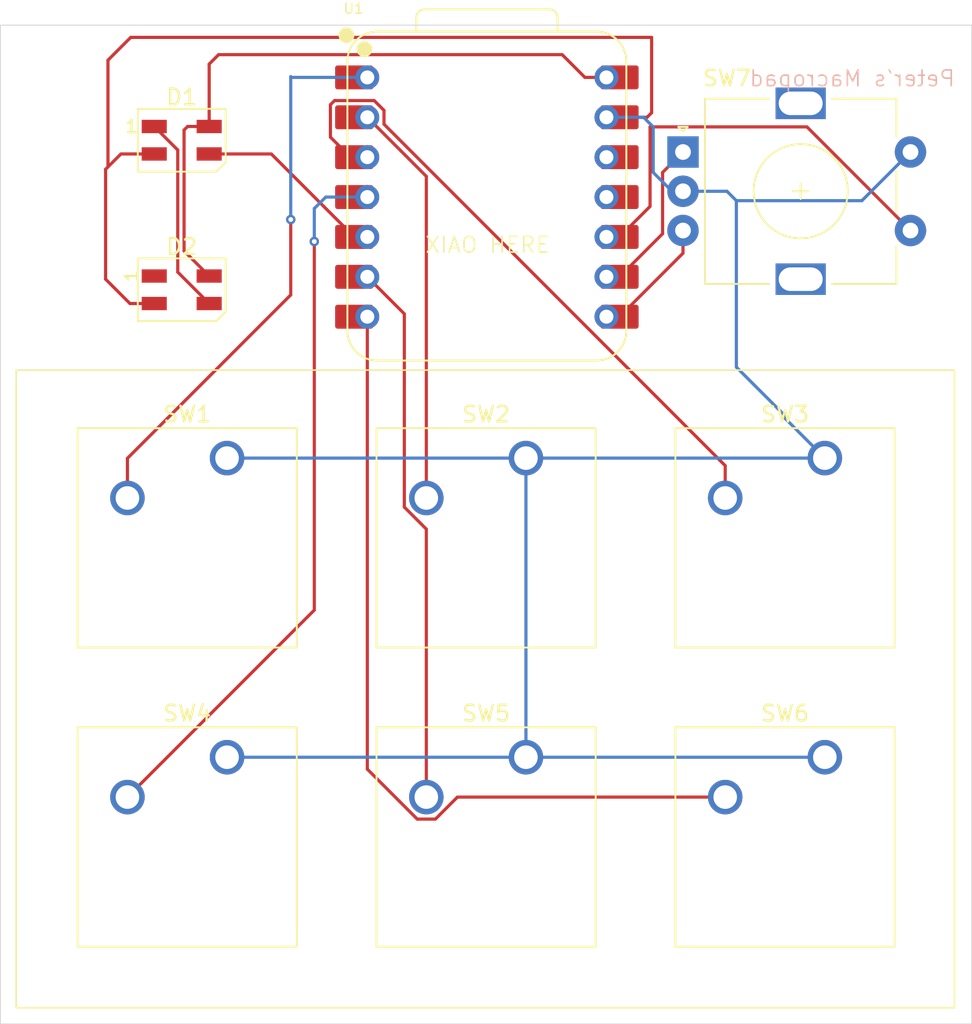
<source format=kicad_pcb>
(kicad_pcb (version 20241229) (generator "pcbnew") (generator_version "9.0")
  (layers (0 "F.Cu" signal) (2 "B.Cu" signal) (13 "F.Paste" user) (15 "B.Paste" user) (5 "F.SilkS" user "F.Silkscreen") (7 "B.SilkS" user "B.Silkscreen") (1 "F.Mask" user) (3 "B.Mask" user) (25 "Edge.Cuts" user))
  (net 0 "")
  (net 1 "GND")
  (net 2 "+5V")
  (net 3 "Net-(U1-GPIO1{slash}RX)")
  (net 4 "Net-(U1-GPIO2{slash}SCK)")
  (net 6 "Net-(U1-GPIO7{slash}SCL)")
  (net 7 "Net-(U1-GPIO0{slash}TX)")
  (net 8 "Net-(D1-DOUT)")
  (net 10 "DIN")
  (net 11 "Net-(U1-GPIO26{slash}ADC0{slash}A0)")
  (net 12 "Net-(U1-GPIO27{slash}ADC1{slash}A1)")
  (net 13 "Net-(U1-GPIO28{slash}ADC2{slash}A2)")
  (net 14 "Net-(U1-GPIO29{slash}ADC3{slash}A3)")
  (net 16 "Net-(U1-GPIO4{slash}MISO)")
  (footprint "Button_Switch_Keyboard:SW_Cherry_MX_1.00u_PCB" (layer "F.Cu") (at 59.69 61.595)
    (property "Reference" "SW2" (at -2.54 -2.794 0) (layer "F.SilkS"))
    (property "Value" "SW_Push")
    (fp_line (start -9.525 -1.905) (end 4.445 -1.905) (stroke (width 0.12)) (layer "F.SilkS"))
    (fp_line (start -9.525 12.065) (end -9.525 -1.905) (stroke (width 0.12)) (layer "F.SilkS"))
    (fp_line (start 4.445 -1.905) (end 4.445 12.065) (stroke (width 0.12)) (layer "F.SilkS"))
    (fp_line (start 4.445 12.065) (end -9.525 12.065) (stroke (width 0.12)) (layer "F.SilkS"))
    (pad "" np_thru_hole circle (at -7.62 5.08) (size 1.7 1.7) (drill 1.7) (layers "*.Cu" "*.Mask"))
    (pad "" np_thru_hole circle (at -2.54 5.08) (size 4 4) (drill 4) (layers "*.Cu" "*.Mask"))
    (pad "" np_thru_hole circle (at 2.54 5.08) (size 1.7 1.7) (drill 1.7) (layers "*.Cu" "*.Mask"))
    (pad "1" thru_hole circle (at 0 0) (size 2.2 2.2) (drill 1.5) (layers "*.Cu" "*.Mask") (net 1 "GND"))
    (pad "2" thru_hole circle (at -6.35 2.54) (size 2.2 2.2) (drill 1.5) (layers "*.Cu" "*.Mask") (net 12 "Net-(U1-GPIO27{slash}ADC1{slash}A1)"))
  )
  (footprint "Button_Switch_Keyboard:SW_Cherry_MX_1.00u_PCB" (layer "F.Cu") (at 40.64 61.595)
    (property "Reference" "SW1" (at -2.54 -2.794 0) (layer "F.SilkS"))
    (property "Value" "SW_Push")
    (fp_line (start -9.525 -1.905) (end 4.445 -1.905) (stroke (width 0.12)) (layer "F.SilkS"))
    (fp_line (start -9.525 12.065) (end -9.525 -1.905) (stroke (width 0.12)) (layer "F.SilkS"))
    (fp_line (start 4.445 -1.905) (end 4.445 12.065) (stroke (width 0.12)) (layer "F.SilkS"))
    (fp_line (start 4.445 12.065) (end -9.525 12.065) (stroke (width 0.12)) (layer "F.SilkS"))
    (pad "" np_thru_hole circle (at -7.62 5.08) (size 1.7 1.7) (drill 1.7) (layers "*.Cu" "*.Mask"))
    (pad "" np_thru_hole circle (at -2.54 5.08) (size 4 4) (drill 4) (layers "*.Cu" "*.Mask"))
    (pad "" np_thru_hole circle (at 2.54 5.08) (size 1.7 1.7) (drill 1.7) (layers "*.Cu" "*.Mask"))
    (pad "1" thru_hole circle (at 0 0) (size 2.2 2.2) (drill 1.5) (layers "*.Cu" "*.Mask") (net 1 "GND"))
    (pad "2" thru_hole circle (at -6.35 2.54) (size 2.2 2.2) (drill 1.5) (layers "*.Cu" "*.Mask") (net 11 "Net-(U1-GPIO26{slash}ADC0{slash}A0)"))
  )
  (footprint "Button_Switch_Keyboard:SW_Cherry_MX_1.00u_PCB" (layer "F.Cu") (at 78.74 61.595)
    (property "Reference" "SW3" (at -2.54 -2.794 0) (layer "F.SilkS"))
    (property "Value" "SW_Push")
    (fp_line (start -9.525 -1.905) (end 4.445 -1.905) (stroke (width 0.12)) (layer "F.SilkS"))
    (fp_line (start -9.525 12.065) (end -9.525 -1.905) (stroke (width 0.12)) (layer "F.SilkS"))
    (fp_line (start 4.445 -1.905) (end 4.445 12.065) (stroke (width 0.12)) (layer "F.SilkS"))
    (fp_line (start 4.445 12.065) (end -9.525 12.065) (stroke (width 0.12)) (layer "F.SilkS"))
    (pad "" np_thru_hole circle (at -7.62 5.08) (size 1.7 1.7) (drill 1.7) (layers "*.Cu" "*.Mask"))
    (pad "" np_thru_hole circle (at -2.54 5.08) (size 4 4) (drill 4) (layers "*.Cu" "*.Mask"))
    (pad "" np_thru_hole circle (at 2.54 5.08) (size 1.7 1.7) (drill 1.7) (layers "*.Cu" "*.Mask"))
    (pad "1" thru_hole circle (at 0 0) (size 2.2 2.2) (drill 1.5) (layers "*.Cu" "*.Mask") (net 1 "GND"))
    (pad "2" thru_hole circle (at -6.35 2.54) (size 2.2 2.2) (drill 1.5) (layers "*.Cu" "*.Mask") (net 13 "Net-(U1-GPIO28{slash}ADC2{slash}A2)"))
  )
  (footprint "Button_Switch_Keyboard:SW_Cherry_MX_1.00u_PCB" (layer "F.Cu") (at 40.64 80.645)
    (property "Reference" "SW4" (at -2.54 -2.794 0) (layer "F.SilkS"))
    (property "Value" "SW_Push")
    (fp_line (start -9.525 -1.905) (end 4.445 -1.905) (stroke (width 0.12)) (layer "F.SilkS"))
    (fp_line (start -9.525 12.065) (end -9.525 -1.905) (stroke (width 0.12)) (layer "F.SilkS"))
    (fp_line (start 4.445 -1.905) (end 4.445 12.065) (stroke (width 0.12)) (layer "F.SilkS"))
    (fp_line (start 4.445 12.065) (end -9.525 12.065) (stroke (width 0.12)) (layer "F.SilkS"))
    (pad "" np_thru_hole circle (at -7.62 5.08) (size 1.7 1.7) (drill 1.7) (layers "*.Cu" "*.Mask"))
    (pad "" np_thru_hole circle (at -2.54 5.08) (size 4 4) (drill 4) (layers "*.Cu" "*.Mask"))
    (pad "" np_thru_hole circle (at 2.54 5.08) (size 1.7 1.7) (drill 1.7) (layers "*.Cu" "*.Mask"))
    (pad "1" thru_hole circle (at 0 0) (size 2.2 2.2) (drill 1.5) (layers "*.Cu" "*.Mask") (net 1 "GND"))
    (pad "2" thru_hole circle (at -6.35 2.54) (size 2.2 2.2) (drill 1.5) (layers "*.Cu" "*.Mask") (net 14 "Net-(U1-GPIO29{slash}ADC3{slash}A3)"))
  )
  (footprint "Rotary_Encoder:RotaryEncoder_Alps_EC11E-Switch_Vertical_H20mm" (layer "F.Cu") (at 69.7 42.1)
    (property "Reference" "SW7" (at 2.8 -4.7 0) (layer "F.SilkS"))
    (property "Value" "RotaryEncoder_Switch")
    (fp_line (start -0.3 -1.6) (end 0.3 -1.6) (stroke (width 0.12)) (layer "F.SilkS"))
    (fp_line (start 0 -1.3) (end -0.3 -1.6) (stroke (width 0.12)) (layer "F.SilkS"))
    (fp_line (start 0.3 -1.6) (end 0 -1.3) (stroke (width 0.12)) (layer "F.SilkS"))
    (fp_line (start 1.4 -3.4) (end 1.4 8.4) (stroke (width 0.12)) (layer "F.SilkS"))
    (fp_line (start 5.5 -3.4) (end 1.4 -3.4) (stroke (width 0.12)) (layer "F.SilkS"))
    (fp_line (start 5.5 8.4) (end 1.4 8.4) (stroke (width 0.12)) (layer "F.SilkS"))
    (fp_line (start 7 2.5) (end 8 2.5) (stroke (width 0.12)) (layer "F.SilkS"))
    (fp_line (start 7.5 2) (end 7.5 3) (stroke (width 0.12)) (layer "F.SilkS"))
    (fp_line (start 9.5 -3.4) (end 13.6 -3.4) (stroke (width 0.12)) (layer "F.SilkS"))
    (fp_line (start 13.6 -3.4) (end 13.6 -1) (stroke (width 0.12)) (layer "F.SilkS"))
    (fp_line (start 13.6 1.2) (end 13.6 3.8) (stroke (width 0.12)) (layer "F.SilkS"))
    (fp_line (start 13.6 6) (end 13.6 8.4) (stroke (width 0.12)) (layer "F.SilkS"))
    (fp_line (start 13.6 8.4) (end 9.5 8.4) (stroke (width 0.12)) (layer "F.SilkS"))
    (fp_circle (center 7.5 2.5) (end 10.5 2.5) (stroke (width 0.12)) (fill no) (layer "F.SilkS"))
    (pad "A" thru_hole rect (at 0 0) (size 2 2) (drill 1) (layers "*.Cu" "*.Mask") (net 4 "Net-(U1-GPIO2{slash}SCK)"))
    (pad "B" thru_hole circle (at 0 5) (size 2 2) (drill 1) (layers "*.Cu" "*.Mask") (net 3 "Net-(U1-GPIO1{slash}RX)"))
    (pad "C" thru_hole circle (at 0 2.5) (size 2 2) (drill 1) (layers "*.Cu" "*.Mask") (net 1 "GND"))
    (pad "MP" thru_hole rect (at 7.5 -3.1) (size 3.2 2) (drill oval 2.8 1.5) (layers "*.Cu" "*.Mask"))
    (pad "MP" thru_hole rect (at 7.5 8.1) (size 3.2 2) (drill oval 2.8 1.5) (layers "*.Cu" "*.Mask"))
    (pad "S1" thru_hole circle (at 14.5 5) (size 2 2) (drill 1) (layers "*.Cu" "*.Mask") (net 16 "Net-(U1-GPIO4{slash}MISO)"))
    (pad "S2" thru_hole circle (at 14.5 0) (size 2 2) (drill 1) (layers "*.Cu" "*.Mask") (net 1 "GND"))
  )
  (footprint "Button_Switch_Keyboard:SW_Cherry_MX_1.00u_PCB" (layer "F.Cu") (at 78.74 80.645)
    (property "Reference" "SW6" (at -2.54 -2.794 0) (layer "F.SilkS"))
    (property "Value" "SW_Push")
    (fp_line (start -9.525 -1.905) (end 4.445 -1.905) (stroke (width 0.12)) (layer "F.SilkS"))
    (fp_line (start -9.525 12.065) (end -9.525 -1.905) (stroke (width 0.12)) (layer "F.SilkS"))
    (fp_line (start 4.445 -1.905) (end 4.445 12.065) (stroke (width 0.12)) (layer "F.SilkS"))
    (fp_line (start 4.445 12.065) (end -9.525 12.065) (stroke (width 0.12)) (layer "F.SilkS"))
    (pad "" np_thru_hole circle (at -7.62 5.08) (size 1.7 1.7) (drill 1.7) (layers "*.Cu" "*.Mask"))
    (pad "" np_thru_hole circle (at -2.54 5.08) (size 4 4) (drill 4) (layers "*.Cu" "*.Mask"))
    (pad "" np_thru_hole circle (at 2.54 5.08) (size 1.7 1.7) (drill 1.7) (layers "*.Cu" "*.Mask"))
    (pad "1" thru_hole circle (at 0 0) (size 2.2 2.2) (drill 1.5) (layers "*.Cu" "*.Mask") (net 1 "GND"))
    (pad "2" thru_hole circle (at -6.35 2.54) (size 2.2 2.2) (drill 1.5) (layers "*.Cu" "*.Mask") (net 7 "Net-(U1-GPIO0{slash}TX)"))
  )
  (footprint "LED_SMD:LED_SK6812MINI_PLCC4_3.5x3.5mm_P1.75mm" (layer "F.Cu") (at 37.75 50.875)
    (property "Reference" "D2" (at 0 -2.75 0) (layer "F.SilkS"))
    (property "Value" "SK6812MINI")
    (fp_line (start -2.8 -2) (end -2.8 2) (stroke (width 0.12)) (layer "F.SilkS"))
    (fp_line (start -2.8 -2) (end 2.8 -2) (stroke (width 0.12)) (layer "F.SilkS"))
    (fp_line (start -2.8 2) (end 2.2 2) (stroke (width 0.12)) (layer "F.SilkS"))
    (fp_line (start 2.8 1.4) (end 2.2 2) (stroke (width 0.12)) (layer "F.SilkS"))
    (fp_line (start 2.8 1.4) (end 2.8 -2) (stroke (width 0.12)) (layer "F.SilkS"))
    (fp_text user "1" (at -3.2 -0.875 90) (layer "F.SilkS") (effects (font (size 0.8 0.8))))
    (pad "1" smd rect (at -1.75 -0.875) (size 1.6 0.85) (layers "F.Cu" "F.Mask" "F.Paste"))
    (pad "2" smd rect (at -1.75 0.875) (size 1.6 0.85) (layers "F.Cu" "F.Mask" "F.Paste") (net 1 "GND"))
    (pad "3" smd rect (at 1.75 0.875) (size 1.6 0.85) (layers "F.Cu" "F.Mask" "F.Paste") (net 8 "Net-(D1-DOUT)"))
    (pad "4" smd rect (at 1.75 -0.875) (size 1.6 0.85) (layers "F.Cu" "F.Mask" "F.Paste") (net 2 "+5V"))
  )
  (footprint "LED_SMD:LED_SK6812MINI_PLCC4_3.5x3.5mm_P1.75mm" (layer "F.Cu") (at 37.75 41.35)
    (property "Reference" "D1" (at 0 -2.75 0) (layer "F.SilkS"))
    (property "Value" "SK6812MINI")
    (fp_line (start -2.8 -2) (end -2.8 2) (stroke (width 0.12)) (layer "F.SilkS"))
    (fp_line (start -2.8 -2) (end 2.8 -2) (stroke (width 0.12)) (layer "F.SilkS"))
    (fp_line (start -2.8 2) (end 2.2 2) (stroke (width 0.12)) (layer "F.SilkS"))
    (fp_line (start 2.8 1.4) (end 2.2 2) (stroke (width 0.12)) (layer "F.SilkS"))
    (fp_line (start 2.8 1.4) (end 2.8 -2) (stroke (width 0.12)) (layer "F.SilkS"))
    (fp_text user "1" (at -3.2 -0.875 0) (layer "F.SilkS") (effects (font (size 0.8 0.8))))
    (pad "1" smd rect (at -1.75 -0.875) (size 1.6 0.85) (layers "F.Cu" "F.Mask" "F.Paste") (net 8 "Net-(D1-DOUT)"))
    (pad "2" smd rect (at -1.75 0.875) (size 1.6 0.85) (layers "F.Cu" "F.Mask" "F.Paste") (net 1 "GND"))
    (pad "3" smd rect (at 1.75 0.875) (size 1.6 0.85) (layers "F.Cu" "F.Mask" "F.Paste") (net 10 "DIN"))
    (pad "4" smd rect (at 1.75 -0.875) (size 1.6 0.85) (layers "F.Cu" "F.Mask" "F.Paste") (net 2 "+5V"))
  )
  (footprint "Button_Switch_Keyboard:SW_Cherry_MX_1.00u_PCB" (layer "F.Cu") (at 59.69 80.645)
    (property "Reference" "SW5" (at -2.54 -2.794 0) (layer "F.SilkS"))
    (property "Value" "SW_Push")
    (fp_line (start -9.525 -1.905) (end 4.445 -1.905) (stroke (width 0.12)) (layer "F.SilkS"))
    (fp_line (start -9.525 12.065) (end -9.525 -1.905) (stroke (width 0.12)) (layer "F.SilkS"))
    (fp_line (start 4.445 -1.905) (end 4.445 12.065) (stroke (width 0.12)) (layer "F.SilkS"))
    (fp_line (start 4.445 12.065) (end -9.525 12.065) (stroke (width 0.12)) (layer "F.SilkS"))
    (pad "" np_thru_hole circle (at -7.62 5.08) (size 1.7 1.7) (drill 1.7) (layers "*.Cu" "*.Mask"))
    (pad "" np_thru_hole circle (at -2.54 5.08) (size 4 4) (drill 4) (layers "*.Cu" "*.Mask"))
    (pad "" np_thru_hole circle (at 2.54 5.08) (size 1.7 1.7) (drill 1.7) (layers "*.Cu" "*.Mask"))
    (pad "1" thru_hole circle (at 0 0) (size 2.2 2.2) (drill 1.5) (layers "*.Cu" "*.Mask") (net 1 "GND"))
    (pad "2" thru_hole circle (at -6.35 2.54) (size 2.2 2.2) (drill 1.5) (layers "*.Cu" "*.Mask") (net 6 "Net-(U1-GPIO7{slash}SCL)"))
  )
  (footprint "OPL:XIAO-RP2040-DIP" (layer "F.Cu") (at 57.2 44.9685)
    (property "Reference" "U1" (at -8.5 -12 0) (layer "F.SilkS") (effects (font (size 0.635 0.635) (thickness 0.1016))))
    (property "Value" "XIAO-RP2040-DIP")
    (fp_line (start -8.89 8.509) (end -8.89 -8.636) (stroke (width 0.127)) (layer "F.SilkS"))
    (fp_line (start -6.985 10.414) (end 6.985 10.414) (stroke (width 0.127)) (layer "F.SilkS"))
    (fp_line (start -4.495 -10.541) (end -4.491272 -11.451272) (stroke (width 0.127)) (layer "F.SilkS"))
    (fp_line (start -3.991272 -11.951) (end 4.004 -11.951) (stroke (width 0.127)) (layer "F.SilkS"))
    (fp_line (start 4.504 -11.451) (end 4.504 -10.541) (stroke (width 0.127)) (layer "F.SilkS"))
    (fp_line (start 6.985 -10.541) (end -6.985 -10.541) (stroke (width 0.1)) (layer "F.SilkS"))
    (fp_line (start 6.985 -10.541) (end -6.985 -10.541) (stroke (width 0.127)) (layer "F.SilkS"))
    (fp_line (start 8.89 8.509) (end 8.89 -8.636) (stroke (width 0.127)) (layer "F.SilkS"))
    (fp_arc (start -8.89 -8.636) (mid -8.332038 -9.983038) (end -6.985 -10.541) (stroke (width 0.127)) (layer "F.SilkS"))
    (fp_arc (start -6.985 10.414) (mid -8.332038 9.856038) (end -8.89 8.509) (stroke (width 0.127)) (layer "F.SilkS"))
    (fp_arc (start -4.491272 -11.451272) (mid -4.344728 -11.80464) (end -3.991272 -11.951) (stroke (width 0.127)) (layer "F.SilkS"))
    (fp_arc (start 4.004 -11.951) (mid 4.357553 -11.804553) (end 4.504 -11.451) (stroke (width 0.127)) (layer "F.SilkS"))
    (fp_arc (start 6.985 -10.541) (mid 8.332038 -9.983038) (end 8.89 -8.636) (stroke (width 0.127)) (layer "F.SilkS"))
    (fp_arc (start 8.89 8.509) (mid 8.332038 9.856038) (end 6.985 10.414) (stroke (width 0.127)) (layer "F.SilkS"))
    (fp_circle (center -8.95 -10.3) (end -8.95 -10.554) (stroke (width 0.5)) (fill yes) (layer "F.SilkS"))
    (fp_circle (center -7.807 -9.42) (end -7.807 -9.674) (stroke (width 0.5)) (fill yes) (layer "F.SilkS"))
    (pad "1" smd roundrect (at -8.455 -7.62 180) (size 2.432 1.524) (layers "F.Cu" "F.Mask") (roundrect_rratio 0.1) (net 11 "Net-(U1-GPIO26{slash}ADC0{slash}A0)"))
    (pad "1" thru_hole circle (at -7.62 -7.62 180) (size 1.524 1.524) (drill 0.889) (layers "*.Cu" "*.Mask") (net 11 "Net-(U1-GPIO26{slash}ADC0{slash}A0)"))
    (pad "2" smd roundrect (at -8.455 -5.08 180) (size 2.432 1.524) (layers "F.Cu" "F.Mask") (roundrect_rratio 0.1) (net 12 "Net-(U1-GPIO27{slash}ADC1{slash}A1)"))
    (pad "2" thru_hole circle (at -7.62 -5.08 180) (size 1.524 1.524) (drill 0.889) (layers "*.Cu" "*.Mask") (net 12 "Net-(U1-GPIO27{slash}ADC1{slash}A1)"))
    (pad "3" smd roundrect (at -8.455 -2.54 180) (size 2.432 1.524) (layers "F.Cu" "F.Mask") (roundrect_rratio 0.1) (net 13 "Net-(U1-GPIO28{slash}ADC2{slash}A2)"))
    (pad "3" thru_hole circle (at -7.62 -2.54 180) (size 1.524 1.524) (drill 0.889) (layers "*.Cu" "*.Mask") (net 13 "Net-(U1-GPIO28{slash}ADC2{slash}A2)"))
    (pad "4" smd roundrect (at -8.455 0 180) (size 2.432 1.524) (layers "F.Cu" "F.Mask") (roundrect_rratio 0.1) (net 14 "Net-(U1-GPIO29{slash}ADC3{slash}A3)"))
    (pad "4" thru_hole circle (at -7.62 0 180) (size 1.524 1.524) (drill 0.889) (layers "*.Cu" "*.Mask") (net 14 "Net-(U1-GPIO29{slash}ADC3{slash}A3)"))
    (pad "5" smd roundrect (at -8.455 2.54 180) (size 2.432 1.524) (layers "F.Cu" "F.Mask") (roundrect_rratio 0.1) (net 10 "DIN"))
    (pad "5" thru_hole circle (at -7.62 2.54 180) (size 1.524 1.524) (drill 0.889) (layers "*.Cu" "*.Mask") (net 10 "DIN"))
    (pad "6" smd roundrect (at -8.455 5.08 180) (size 2.432 1.524) (layers "F.Cu" "F.Mask") (roundrect_rratio 0.1) (net 6 "Net-(U1-GPIO7{slash}SCL)"))
    (pad "6" thru_hole circle (at -7.62 5.08 180) (size 1.524 1.524) (drill 0.889) (layers "*.Cu" "*.Mask") (net 6 "Net-(U1-GPIO7{slash}SCL)"))
    (pad "7" smd roundrect (at -8.455 7.62 180) (size 2.432 1.524) (layers "F.Cu" "F.Mask") (roundrect_rratio 0.1) (net 7 "Net-(U1-GPIO0{slash}TX)"))
    (pad "7" thru_hole circle (at -7.62 7.62 180) (size 1.524 1.524) (drill 0.889) (layers "*.Cu" "*.Mask") (net 7 "Net-(U1-GPIO0{slash}TX)"))
    (pad "8" thru_hole circle (at 7.62 7.62) (size 1.524 1.524) (drill 0.889) (layers "*.Cu" "*.Mask") (net 3 "Net-(U1-GPIO1{slash}RX)"))
    (pad "8" smd roundrect (at 8.455 7.62) (size 2.432 1.524) (layers "F.Cu" "F.Mask") (roundrect_rratio 0.1) (net 3 "Net-(U1-GPIO1{slash}RX)"))
    (pad "9" thru_hole circle (at 7.62 5.08) (size 1.524 1.524) (drill 0.889) (layers "*.Cu" "*.Mask") (net 4 "Net-(U1-GPIO2{slash}SCK)"))
    (pad "9" smd roundrect (at 8.455 5.08) (size 2.432 1.524) (layers "F.Cu" "F.Mask") (roundrect_rratio 0.1) (net 4 "Net-(U1-GPIO2{slash}SCK)"))
    (pad "10" thru_hole circle (at 7.62 2.54) (size 1.524 1.524) (drill 0.889) (layers "*.Cu" "*.Mask") (net 16 "Net-(U1-GPIO4{slash}MISO)"))
    (pad "10" smd roundrect (at 8.455 2.54) (size 2.432 1.524) (layers "F.Cu" "F.Mask") (roundrect_rratio 0.1) (net 16 "Net-(U1-GPIO4{slash}MISO)"))
    (pad "11" thru_hole circle (at 7.62 0) (size 1.524 1.524) (drill 0.889) (layers "*.Cu" "*.Mask"))
    (pad "11" smd roundrect (at 8.455 0) (size 2.432 1.524) (layers "F.Cu" "F.Mask") (roundrect_rratio 0.1))
    (pad "12" thru_hole circle (at 7.62 -2.54) (size 1.524 1.524) (drill 0.889) (layers "*.Cu" "*.Mask"))
    (pad "12" smd roundrect (at 8.455 -2.54) (size 2.432 1.524) (layers "F.Cu" "F.Mask") (roundrect_rratio 0.1))
    (pad "13" thru_hole circle (at 7.62 -5.08) (size 1.524 1.524) (drill 0.889) (layers "*.Cu" "*.Mask") (net 1 "GND"))
    (pad "13" smd roundrect (at 8.455 -5.08) (size 2.432 1.524) (layers "F.Cu" "F.Mask") (roundrect_rratio 0.1) (net 1 "GND"))
    (pad "14" thru_hole circle (at 7.62 -7.62) (size 1.524 1.524) (drill 0.889) (layers "*.Cu" "*.Mask") (net 2 "+5V"))
    (pad "14" smd roundrect (at 8.455 -7.62) (size 2.432 1.524) (layers "F.Cu" "F.Mask") (roundrect_rratio 0.1) (net 2 "+5V"))
  )
  (gr_rect (start 27.2 55.99) (end 87 96.6) (stroke (width 0.1)) (fill no) (layer "F.SilkS"))
  (gr_rect (start 26.19375 34.01875) (end 88.10625 97.63125) (stroke (width 0.05)) (fill no) (layer "Edge.Cuts"))
  (gr_text "XIAO HERE" (at 53.2 48.6 0) (layer "F.SilkS") (effects (font (size 1 1) (thickness 0.1)) (justify left bottom)))
  (gr_text "Peter's Macropad" (at 87.1 38 0) (layer "B.SilkS") (effects (font (size 1 1) (thickness 0.1)) (justify left bottom mirror)))
  (segment (start 34.45 51.75) (end 32.9 50.2) (width 0.2) (layer "F.Cu") (net 1))
  (segment (start 32.9 43.2) (end 33.05 43.05) (width 0.2) (layer "F.Cu") (net 1))
  (segment (start 33.875 42.225) (end 36 42.225) (width 0.2) (layer "F.Cu") (net 1))
  (segment (start 32.9 50.2) (end 32.9 43.2) (width 0.2) (layer "F.Cu") (net 1))
  (segment (start 36 51.75) (end 34.45 51.75) (width 0.2) (layer "F.Cu") (net 1))
  (segment (start 67.4 39.9) (end 67.3885 39.8885) (width 0.2) (layer "F.Cu") (net 1))
  (segment (start 67.7 39.6) (end 67.4 39.9) (width 0.2) (layer "F.Cu") (net 1))
  (segment (start 33.05 43.05) (end 33.05 36.25) (width 0.2) (layer "F.Cu") (net 1))
  (segment (start 67.7 34.8) (end 67.7 39.6) (width 0.2) (layer "F.Cu") (net 1))
  (segment (start 34.5 34.8) (end 67.7 34.8) (width 0.2) (layer "F.Cu") (net 1))
  (segment (start 33.05 43.05) (end 33.875 42.225) (width 0.2) (layer "F.Cu") (net 1))
  (segment (start 67.3885 39.8885) (end 65.655 39.8885) (width 0.2) (layer "F.Cu") (net 1))
  (segment (start 33.05 36.25) (end 34.5 34.8) (width 0.2) (layer "F.Cu") (net 1))
  (segment (start 76.2 59.055) (end 78.74 61.595) (width 0.2) (layer "B.Cu") (net 1))
  (segment (start 69 44.6) (end 67.8 43.4) (width 0.2) (layer "B.Cu") (net 1))
  (segment (start 73.1 55.8) (end 76.2 58.9) (width 0.2) (layer "B.Cu") (net 1))
  (segment (start 59.69 61.595) (end 40.64 61.595) (width 0.2) (layer "B.Cu") (net 1))
  (segment (start 40.64 80.645) (end 59.69 80.645) (width 0.2) (layer "B.Cu") (net 1))
  (segment (start 84.2 42.1) (end 81.1 45.2) (width 0.2) (layer "B.Cu") (net 1))
  (segment (start 59.69 80.645) (end 59.69 61.595) (width 0.2) (layer "B.Cu") (net 1))
  (segment (start 76.2 58.9) (end 76.2 59.055) (width 0.2) (layer "B.Cu") (net 1))
  (segment (start 72.5 44.6) (end 73.1 45.2) (width 0.2) (layer "B.Cu") (net 1))
  (segment (start 69.7 44.6) (end 72.5 44.6) (width 0.2) (layer "B.Cu") (net 1))
  (segment (start 73.1 45.2) (end 73.1 55.8) (width 0.2) (layer "B.Cu") (net 1))
  (segment (start 67.1885 39.8885) (end 64.82 39.8885) (width 0.2) (layer "B.Cu") (net 1))
  (segment (start 67.8 43.4) (end 67.8 40.5) (width 0.2) (layer "B.Cu") (net 1))
  (segment (start 69.7 44.6) (end 69 44.6) (width 0.2) (layer "B.Cu") (net 1))
  (segment (start 81.1 45.2) (end 73.1 45.2) (width 0.2) (layer "B.Cu") (net 1))
  (segment (start 67.8 40.5) (end 67.1885 39.8885) (width 0.2) (layer "B.Cu") (net 1))
  (segment (start 59.69 80.645) (end 78.74 80.645) (width 0.2) (layer "B.Cu") (net 1))
  (segment (start 59.69 61.595) (end 78.74 61.595) (width 0.2) (layer "B.Cu") (net 1))
  (segment (start 39.5 40.475) (end 39.5 36.5) (width 0.2) (layer "F.Cu") (net 2))
  (segment (start 40.1 35.9) (end 62 35.9) (width 0.2) (layer "F.Cu") (net 2))
  (segment (start 37.9 40.7) (end 37.9 48.4) (width 0.2) (layer "F.Cu") (net 2))
  (segment (start 39.5 36.5) (end 40.1 35.9) (width 0.2) (layer "F.Cu") (net 2))
  (segment (start 39.5 40.475) (end 38.125 40.475) (width 0.2) (layer "F.Cu") (net 2))
  (segment (start 63.4485 37.3485) (end 65.655 37.3485) (width 0.2) (layer "F.Cu") (net 2))
  (segment (start 62 35.9) (end 63.4485 37.3485) (width 0.2) (layer "F.Cu") (net 2))
  (segment (start 38.125 40.475) (end 37.9 40.7) (width 0.2) (layer "F.Cu") (net 2))
  (segment (start 37.9 48.4) (end 39.5 50) (width 0.2) (layer "F.Cu") (net 2))
  (segment (start 69.7 47.1) (end 69.7 48.5435) (width 0.2) (layer "F.Cu") (net 3))
  (segment (start 69.7 48.5435) (end 65.655 52.5885) (width 0.2) (layer "F.Cu") (net 3))
  (segment (start 68.399 47.3045) (end 65.655 50.0485) (width 0.2) (layer "F.Cu") (net 4))
  (segment (start 69.7 42.1) (end 68.399 43.401) (width 0.2) (layer "F.Cu") (net 4))
  (segment (start 68.399 43.401) (end 68.399 47.3045) (width 0.2) (layer "F.Cu") (net 4))
  (segment (start 51.939 64.715314) (end 51.939 52.4075) (width 0.2) (layer "F.Cu") (net 6))
  (segment (start 53.34 83.185) (end 53.34 66.116314) (width 0.2) (layer "F.Cu") (net 6))
  (segment (start 53.34 66.116314) (end 51.939 64.715314) (width 0.2) (layer "F.Cu") (net 6))
  (segment (start 51.939 52.4075) (end 49.58 50.0485) (width 0.2) (layer "F.Cu") (net 6))
  (segment (start 49.58 81.406314) (end 49.58 52.5885) (width 0.2) (layer "F.Cu") (net 7))
  (segment (start 53.920314 84.586) (end 52.759686 84.586) (width 0.2) (layer "F.Cu") (net 7))
  (segment (start 52.759686 84.586) (end 49.58 81.406314) (width 0.2) (layer "F.Cu") (net 7))
  (segment (start 72.39 83.185) (end 55.321314 83.185) (width 0.2) (layer "F.Cu") (net 7))
  (segment (start 55.321314 83.185) (end 53.920314 84.586) (width 0.2) (layer "F.Cu") (net 7))
  (segment (start 37.499 49.749) (end 37.499 41.974) (width 0.2) (layer "F.Cu") (net 8))
  (segment (start 39.5 51.75) (end 37.499 49.749) (width 0.2) (layer "F.Cu") (net 8))
  (segment (start 37.499 41.974) (end 36 40.475) (width 0.2) (layer "F.Cu") (net 8))
  (segment (start 43.4615 42.225) (end 48.745 47.5085) (width 0.2) (layer "F.Cu") (net 10))
  (segment (start 39.5 42.225) (end 43.4615 42.225) (width 0.2) (layer "F.Cu") (net 10))
  (segment (start 44.7 46.4) (end 44.7 46.3) (width 0.2) (layer "F.Cu") (net 11))
  (segment (start 42.9 53) (end 44.7 51.2) (width 0.2) (layer "F.Cu") (net 11))
  (segment (start 34.29 64.135) (end 34.29 61.61) (width 0.2) (layer "F.Cu") (net 11))
  (segment (start 44.7 51.2) (end 44.7 46.4) (width 0.2) (layer "F.Cu") (net 11))
  (segment (start 34.29 61.61) (end 42.9 53) (width 0.2) (layer "F.Cu") (net 11))
  (via (at 44.7 46.4) (size 0.6) (drill 0.3) (layers "F.Cu" "B.Cu") (net 11))
  (segment (start 44.7 37.3) (end 44.7485 37.3485) (width 0.2) (layer "B.Cu") (net 11))
  (segment (start 44.7485 37.3485) (end 49.58 37.3485) (width 0.2) (layer "B.Cu") (net 11))
  (segment (start 44.7 46.4) (end 44.7 37.3) (width 0.2) (layer "B.Cu") (net 11))
  (segment (start 53.34 43.6485) (end 49.58 39.8885) (width 0.2) (layer "F.Cu") (net 12))
  (segment (start 53.34 64.135) (end 53.34 43.6485) (width 0.2) (layer "F.Cu") (net 12))
  (segment (start 50.643 40.32881) (end 50.643 39.44819) (width 0.2) (layer "F.Cu") (net 13))
  (segment (start 50.643 39.44819) (end 50.02031 38.8255) (width 0.2) (layer "F.Cu") (net 13))
  (segment (start 47.228 39.086874) (end 47.228 41.15413) (width 0.2) (layer "F.Cu") (net 13))
  (segment (start 47.228 41.15413) (end 48.50237 42.4285) (width 0.2) (layer "F.Cu") (net 13))
  (segment (start 50.02031 38.8255) (end 47.489374 38.8255) (width 0.2) (layer "F.Cu") (net 13))
  (segment (start 72.39 62.07581) (end 50.643 40.32881) (width 0.2) (layer "F.Cu") (net 13))
  (segment (start 47.489374 38.8255) (end 47.228 39.086874) (width 0.2) (layer "F.Cu") (net 13))
  (segment (start 72.39 64.135) (end 72.39 62.07581) (width 0.2) (layer "F.Cu") (net 13))
  (segment (start 48.50237 42.4285) (end 49.58 42.4285) (width 0.2) (layer "F.Cu") (net 13))
  (segment (start 34.29 83.185) (end 46.2 71.275) (width 0.2) (layer "F.Cu") (net 14))
  (segment (start 46.2 71.275) (end 46.2 47.8) (width 0.2) (layer "F.Cu") (net 14))
  (via (at 46.2 47.8) (size 0.6) (drill 0.3) (layers "F.Cu" "B.Cu") (net 14))
  (segment (start 46.2 47.8) (end 46.2 45.7) (width 0.2) (layer "B.Cu") (net 14))
  (segment (start 46.2 45.7) (end 46.9315 44.9685) (width 0.2) (layer "B.Cu") (net 14))
  (segment (start 46.9315 44.9685) (end 49.58 44.9685) (width 0.2) (layer "B.Cu") (net 14))
  (segment (start 84.2 47.1) (end 77.6 40.5) (width 0.2) (layer "F.Cu") (net 16))
  (segment (start 67.6 40.5) (end 67.6 45.5635) (width 0.2) (layer "F.Cu") (net 16))
  (segment (start 77.6 40.5) (end 67.6 40.5) (width 0.2) (layer "F.Cu") (net 16))
  (segment (start 67.6 45.5635) (end 65.655 47.5085) (width 0.2) (layer "F.Cu") (net 16))
)
</source>
